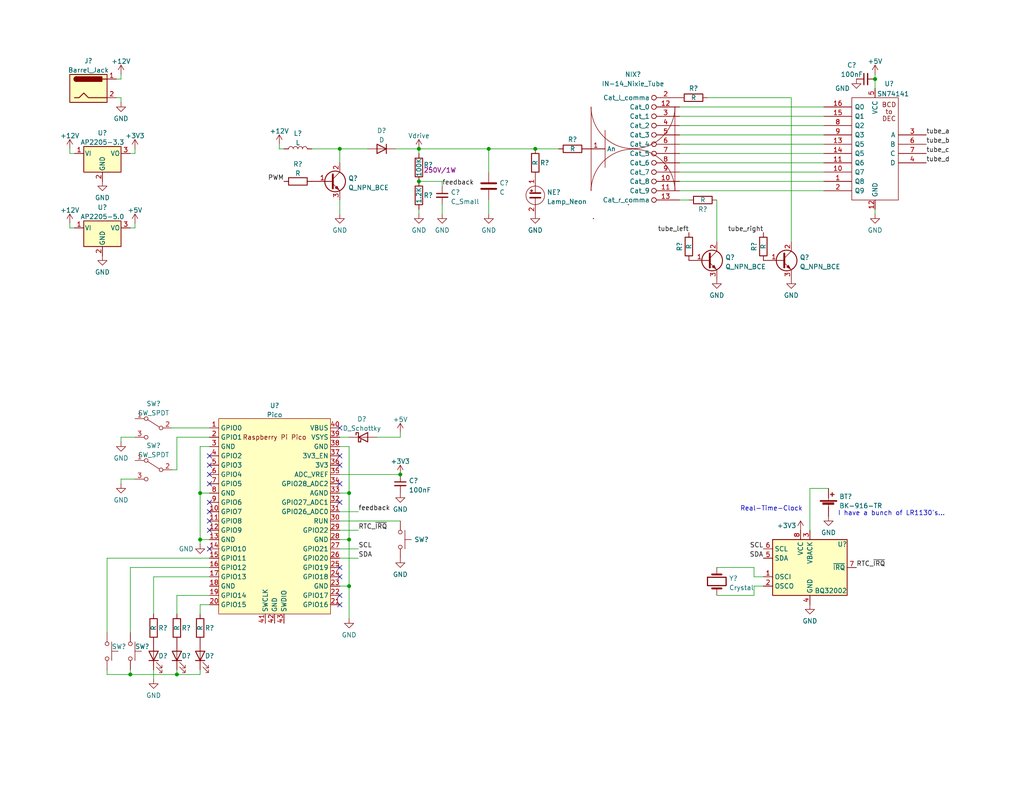
<source format=kicad_sch>
(kicad_sch (version 20211123) (generator eeschema)
  (paper "USLetter")
  (title_block (title "Nixie Tube Driver Schematic") (date "2023-05-15") (rev "1") (company "Daniel Indictor and Dominick Villamor"))
  (lib_symbols
    (symbol "Connector:Barrel_Jack" (pin_names (offset 1.016))
      (property "Reference" "J" (at 0 5.334 0))
      (property "Value" "Barrel_Jack" (at 0 -5.08 0))
      (symbol "Barrel_Jack_0_1"
        (rectangle (start -5.08 3.81) (end 5.08 -3.81) (stroke (width 0.254)) (fill (type background)))
        (arc (start -3.302 3.175) (mid -3.937 2.54) (end -3.302 1.905) (stroke (width 0.254)))
        (arc (start -3.302 3.175) (mid -3.937 2.54) (end -3.302 1.905) (stroke (width 0.254)) (fill (type outline)))
        (polyline (pts (xy 5.08 2.54) (xy 3.81 2.54)) (stroke (width 0.254)))
        (polyline (pts (xy -3.81 -2.54) (xy -2.54 -2.54) (xy -1.27 -1.27) (xy 0 -2.54) (xy 2.54 -2.54) (xy 5.08 -2.54)) (stroke (width 0.254)))
        (rectangle (start 3.683 3.175) (end -3.302 1.905) (stroke (width 0.254)) (fill (type outline)))
      )
      (symbol "Barrel_Jack_1_1"
        (pin passive line (at 7.62 2.54 180) (length 2.54) (name "~") (number "1"))
        (pin passive line (at 7.62 -2.54 180) (length 2.54) (name "~") (number "2"))
      )
    )
    (symbol "Device:Battery_Cell" (pin_numbers hide) (pin_names (offset 0) hide)
      (property "Reference" "BT" (at 2.54 2.54 0))
      (property "Value" "Battery_Cell" (at 2.54 0 0))
      (symbol "Battery_Cell_0_1"
        (rectangle (start -2.286 1.778) (end 2.286 1.524) (fill (type outline)))
        (rectangle (start -1.5748 1.1938) (end 1.4732 0.6858) (fill (type outline)))
        (polyline (pts (xy 0 0.762) (xy 0 0)))
        (polyline (pts (xy 0 1.778) (xy 0 2.54)))
        (polyline (pts (xy 0.508 3.429) (xy 1.524 3.429)) (stroke (width 0.254)))
        (polyline (pts (xy 1.016 3.937) (xy 1.016 2.921)) (stroke (width 0.254)))
      )
      (symbol "Battery_Cell_1_1"
        (pin passive line (at 0 5.08 270) (length 2.54) (name "+") (number "1"))
        (pin passive line (at 0 -2.54 90) (length 2.54) (name "-") (number "2"))
      )
    )
    (symbol "Device:C" (pin_numbers hide) (pin_names (offset 0.254))
      (property "Reference" "C" (at 0.635 2.54 0))
      (property "Value" "C" (at 0.635 -2.54 0))
      (symbol "C_0_1"
        (polyline (pts (xy -2.032 -0.762) (xy 2.032 -0.762)) (stroke (width 0.508)))
        (polyline (pts (xy -2.032 0.762) (xy 2.032 0.762)) (stroke (width 0.508)))
      )
      (symbol "C_1_1"
        (pin passive line (at 0 3.81 270) (length 2.794) (name "~") (number "1"))
        (pin passive line (at 0 -3.81 90) (length 2.794) (name "~") (number "2"))
      )
    )
    (symbol "Device:C_Small" (pin_numbers hide) (pin_names (offset 0.254) hide)
      (property "Reference" "C" (at 0.254 1.778 0))
      (property "Value" "C_Small" (at 0.254 -2.032 0))
      (symbol "C_Small_0_1"
        (polyline (pts (xy -1.524 -0.508) (xy 1.524 -0.508)) (stroke (width 0.3302)))
        (polyline (pts (xy -1.524 0.508) (xy 1.524 0.508)) (stroke (width 0.3048)))
      )
      (symbol "C_Small_1_1"
        (pin passive line (at 0 2.54 270) (length 2.032) (name "~") (number "1"))
        (pin passive line (at 0 -2.54 90) (length 2.032) (name "~") (number "2"))
      )
    )
    (symbol "Device:Crystal" (pin_numbers hide) (pin_names (offset 1.016) hide)
      (property "Reference" "Y" (at 0 3.81 0))
      (property "Value" "Crystal" (at 0 -3.81 0))
      (symbol "Crystal_0_1"
        (rectangle (start -1.143 2.54) (end 1.143 -2.54) (stroke (width 0.3048)))
        (polyline (pts (xy -2.54 0) (xy -1.905 0)))
        (polyline (pts (xy -1.905 -1.27) (xy -1.905 1.27)) (stroke (width 0.508)))
        (polyline (pts (xy 1.905 -1.27) (xy 1.905 1.27)) (stroke (width 0.508)))
        (polyline (pts (xy 2.54 0) (xy 1.905 0)))
      )
      (symbol "Crystal_1_1"
        (pin passive line (at -3.81 0 0) (length 1.27) (name "1") (number "1"))
        (pin passive line (at 3.81 0 180) (length 1.27) (name "2") (number "2"))
      )
    )
    (symbol "Device:D" (pin_numbers hide) (pin_names (offset 1.016) hide)
      (property "Reference" "D" (at 0 2.54 0))
      (property "Value" "D" (at 0 -2.54 0))
      (symbol "D_0_1"
        (polyline (pts (xy -1.27 1.27) (xy -1.27 -1.27)) (stroke (width 0.254)))
        (polyline (pts (xy 1.27 0) (xy -1.27 0)))
        (polyline (pts (xy 1.27 1.27) (xy 1.27 -1.27) (xy -1.27 0) (xy 1.27 1.27)) (stroke (width 0.254)))
      )
      (symbol "D_1_1"
        (pin passive line (at -3.81 0 0) (length 2.54) (name "K") (number "1"))
        (pin passive line (at 3.81 0 180) (length 2.54) (name "A") (number "2"))
      )
    )
    (symbol "Device:D_Schottky" (pin_numbers hide) (pin_names (offset 1.016) hide)
      (property "Reference" "D" (at 0 2.54 0))
      (property "Value" "D_Schottky" (at 0 -2.54 0))
      (symbol "D_Schottky_0_1"
        (polyline (pts (xy 1.27 0) (xy -1.27 0)))
        (polyline (pts (xy 1.27 1.27) (xy 1.27 -1.27) (xy -1.27 0) (xy 1.27 1.27)) (stroke (width 0.254)))
        (polyline (pts (xy -1.905 0.635) (xy -1.905 1.27) (xy -1.27 1.27) (xy -1.27 -1.27) (xy -0.635 -1.27) (xy -0.635 -0.635)) (stroke (width 0.254)))
      )
      (symbol "D_Schottky_1_1"
        (pin passive line (at -3.81 0 0) (length 2.54) (name "K") (number "1"))
        (pin passive line (at 3.81 0 180) (length 2.54) (name "A") (number "2"))
      )
    )
    (symbol "Device:L" (pin_numbers hide) (pin_names (offset 1.016) hide)
      (property "Reference" "L" (at -1.27 0 90))
      (property "Value" "L" (at 1.905 0 90))
      (symbol "L_0_1"
        (arc (start 0 -2.54) (mid 0.635 -1.905) (end 0 -1.27))
        (arc (start 0 -1.27) (mid 0.635 -0.635) (end 0 0))
        (arc (start 0 0) (mid 0.635 0.635) (end 0 1.27))
        (arc (start 0 1.27) (mid 0.635 1.905) (end 0 2.54))
      )
      (symbol "L_1_1"
        (pin passive line (at 0 3.81 270) (length 1.27) (name "1") (number "1"))
        (pin passive line (at 0 -3.81 90) (length 1.27) (name "2") (number "2"))
      )
    )
    (symbol "Device:LED" (pin_numbers hide) (pin_names (offset 1.016) hide)
      (property "Reference" "D" (at 0 2.54 0))
      (property "Value" "LED" (at 0 -2.54 0))
      (symbol "LED_0_1"
        (polyline (pts (xy -1.27 -1.27) (xy -1.27 1.27)) (stroke (width 0.254)))
        (polyline (pts (xy -1.27 0) (xy 1.27 0)))
        (polyline (pts (xy 1.27 -1.27) (xy 1.27 1.27) (xy -1.27 0) (xy 1.27 -1.27)) (stroke (width 0.254)))
        (polyline (pts (xy -3.048 -0.762) (xy -4.572 -2.286) (xy -3.81 -2.286) (xy -4.572 -2.286) (xy -4.572 -1.524)))
        (polyline (pts (xy -1.778 -0.762) (xy -3.302 -2.286) (xy -2.54 -2.286) (xy -3.302 -2.286) (xy -3.302 -1.524)))
      )
      (symbol "LED_1_1"
        (pin passive line (at -3.81 0 0) (length 2.54) (name "K") (number "1"))
        (pin passive line (at 3.81 0 180) (length 2.54) (name "A") (number "2"))
      )
    )
    (symbol "Device:Lamp_Neon" (pin_names (offset 0.0254) hide)
      (property "Reference" "NE" (at 0.635 3.81 0))
      (property "Value" "Lamp_Neon" (at 0.635 -3.81 0))
      (symbol "Lamp_Neon_0_1"
        (rectangle (start -1.524 -0.508) (end 1.524 -0.762) (fill (type outline)))
        (rectangle (start -1.524 0.762) (end 1.524 0.508) (fill (type outline)))
        (polyline (pts (xy 0 -2.54) (xy 0 -0.762)))
        (polyline (pts (xy 0 0.762) (xy 0 2.54)))
        (circle (center 0 0) (radius 2.54))
        (circle (center 1.016 -1.27) (radius 0.254) (fill (type outline)))
      )
      (symbol "Lamp_Neon_1_1"
        (pin passive line (at 0 -5.08 90) (length 2.54) (name "~") (number "1"))
        (pin passive line (at 0 5.08 270) (length 2.54) (name "~") (number "2"))
      )
    )
    (symbol "Device:Q_NPN_BCE" (pin_names (offset 0) hide)
      (property "Reference" "Q" (at 5.08 1.27 0))
      (property "Value" "Q_NPN_BCE" (at 5.08 -1.27 0))
      (symbol "Q_NPN_BCE_0_1"
        (polyline (pts (xy 0.635 0.635) (xy 2.54 2.54)))
        (polyline (pts (xy 0.635 -0.635) (xy 2.54 -2.54) (xy 2.54 -2.54)))
        (polyline (pts (xy 0.635 1.905) (xy 0.635 -1.905) (xy 0.635 -1.905)) (stroke (width 0.508)))
        (polyline (pts (xy 1.27 -1.778) (xy 1.778 -1.27) (xy 2.286 -2.286) (xy 1.27 -1.778) (xy 1.27 -1.778)) (fill (type outline)))
        (circle (center 1.27 0) (radius 2.8194) (stroke (width 0.254)))
      )
      (symbol "Q_NPN_BCE_1_1"
        (pin input line (at -5.08 0 0) (length 5.715) (name "B") (number "1"))
        (pin passive line (at 2.54 5.08 270) (length 2.54) (name "C") (number "2"))
        (pin passive line (at 2.54 -5.08 90) (length 2.54) (name "E") (number "3"))
      )
    )
    (symbol "Device:R" (pin_numbers hide) (pin_names (offset 0))
      (property "Reference" "R" (at 2.032 0 90))
      (property "Value" "R" (at 0 0 90))
      (symbol "R_0_1"
        (rectangle (start -1.016 -2.54) (end 1.016 2.54) (stroke (width 0.254)))
      )
      (symbol "R_1_1"
        (pin passive line (at 0 3.81 270) (length 1.27) (name "~") (number "1"))
        (pin passive line (at 0 -3.81 90) (length 1.27) (name "~") (number "2"))
      )
    )
    (symbol "MCU_RaspberryPi_and_Boards:Pico"
      (property "Reference" "U" (at -13.97 27.94 0))
      (property "Value" "Pico" (at 0 19.05 0))
      (symbol "Pico_0_0"
        (text "Raspberry Pi Pico" (at 0 21.59 0) (effects (font (size 1.27 1.27))))
      )
      (symbol "Pico_0_1"
        (rectangle (start -15.24 26.67) (end 15.24 -26.67) (fill (type background)))
      )
      (symbol "Pico_1_1"
        (pin bidirectional line (at -17.78 24.13 0) (length 2.54) (name "GPIO0") (number "1"))
        (pin bidirectional line (at -17.78 1.27 0) (length 2.54) (name "GPIO7") (number "10"))
        (pin bidirectional line (at -17.78 -1.27 0) (length 2.54) (name "GPIO8") (number "11"))
        (pin bidirectional line (at -17.78 -3.81 0) (length 2.54) (name "GPIO9") (number "12"))
        (pin power_in line (at -17.78 -6.35 0) (length 2.54) (name "GND") (number "13"))
        (pin bidirectional line (at -17.78 -8.89 0) (length 2.54) (name "GPIO10") (number "14"))
        (pin bidirectional line (at -17.78 -11.43 0) (length 2.54) (name "GPIO11") (number "15"))
        (pin bidirectional line (at -17.78 -13.97 0) (length 2.54) (name "GPIO12") (number "16"))
        (pin bidirectional line (at -17.78 -16.51 0) (length 2.54) (name "GPIO13") (number "17"))
        (pin power_in line (at -17.78 -19.05 0) (length 2.54) (name "GND") (number "18"))
        (pin bidirectional line (at -17.78 -21.59 0) (length 2.54) (name "GPIO14") (number "19"))
        (pin bidirectional line (at -17.78 21.59 0) (length 2.54) (name "GPIO1") (number "2"))
        (pin bidirectional line (at -17.78 -24.13 0) (length 2.54) (name "GPIO15") (number "20"))
        (pin bidirectional line (at 17.78 -24.13 180) (length 2.54) (name "GPIO16") (number "21"))
        (pin bidirectional line (at 17.78 -21.59 180) (length 2.54) (name "GPIO17") (number "22"))
        (pin power_in line (at 17.78 -19.05 180) (length 2.54) (name "GND") (number "23"))
        (pin bidirectional line (at 17.78 -16.51 180) (length 2.54) (name "GPIO18") (number "24"))
        (pin bidirectional line (at 17.78 -13.97 180) (length 2.54) (name "GPIO19") (number "25"))
        (pin bidirectional line (at 17.78 -11.43 180) (length 2.54) (name "GPIO20") (number "26"))
        (pin bidirectional line (at 17.78 -8.89 180) (length 2.54) (name "GPIO21") (number "27"))
        (pin power_in line (at 17.78 -6.35 180) (length 2.54) (name "GND") (number "28"))
        (pin bidirectional line (at 17.78 -3.81 180) (length 2.54) (name "GPIO22") (number "29"))
        (pin power_in line (at -17.78 19.05 0) (length 2.54) (name "GND") (number "3"))
        (pin input line (at 17.78 -1.27 180) (length 2.54) (name "RUN") (number "30"))
        (pin bidirectional line (at 17.78 1.27 180) (length 2.54) (name "GPIO26_ADC0") (number "31"))
        (pin bidirectional line (at 17.78 3.81 180) (length 2.54) (name "GPIO27_ADC1") (number "32"))
        (pin power_in line (at 17.78 6.35 180) (length 2.54) (name "AGND") (number "33"))
        (pin bidirectional line (at 17.78 8.89 180) (length 2.54) (name "GPIO28_ADC2") (number "34"))
        (pin power_in line (at 17.78 11.43 180) (length 2.54) (name "ADC_VREF") (number "35"))
        (pin power_in line (at 17.78 13.97 180) (length 2.54) (name "3V3") (number "36"))
        (pin input line (at 17.78 16.51 180) (length 2.54) (name "3V3_EN") (number "37"))
        (pin bidirectional line (at 17.78 19.05 180) (length 2.54) (name "GND") (number "38"))
        (pin power_in line (at 17.78 21.59 180) (length 2.54) (name "VSYS") (number "39"))
        (pin bidirectional line (at -17.78 16.51 0) (length 2.54) (name "GPIO2") (number "4"))
        (pin power_in line (at 17.78 24.13 180) (length 2.54) (name "VBUS") (number "40"))
        (pin input line (at -2.54 -29.21 90) (length 2.54) (name "SWCLK") (number "41"))
        (pin power_in line (at 0 -29.21 90) (length 2.54) (name "GND") (number "42"))
        (pin bidirectional line (at 2.54 -29.21 90) (length 2.54) (name "SWDIO") (number "43"))
        (pin bidirectional line (at -17.78 13.97 0) (length 2.54) (name "GPIO3") (number "5"))
        (pin bidirectional line (at -17.78 11.43 0) (length 2.54) (name "GPIO4") (number "6"))
        (pin bidirectional line (at -17.78 8.89 0) (length 2.54) (name "GPIO5") (number "7"))
        (pin power_in line (at -17.78 6.35 0) (length 2.54) (name "GND") (number "8"))
        (pin bidirectional line (at -17.78 3.81 0) (length 2.54) (name "GPIO6") (number "9"))
      )
    )
    (symbol "Switch:SW_Push" (pin_numbers hide) (pin_names (offset 1.016) hide)
      (property "Reference" "SW" (at 1.27 2.54 0))
      (property "Value" "SW_Push" (at 0 -1.524 0))
      (symbol "SW_Push_0_1"
        (circle (center -2.032 0) (radius 0.508))
        (polyline (pts (xy 0 1.27) (xy 0 3.048)))
        (polyline (pts (xy 2.54 1.27) (xy -2.54 1.27)))
        (circle (center 2.032 0) (radius 0.508))
        (pin passive line (at -5.08 0 0) (length 2.54) (name "1") (number "1"))
        (pin passive line (at 5.08 0 180) (length 2.54) (name "2") (number "2"))
      )
    )
    (symbol "Switch:SW_SPDT" (pin_names (offset 0) hide)
      (property "Reference" "SW" (at 0 4.318 0))
      (property "Value" "SW_SPDT" (at 0 -5.08 0))
      (symbol "SW_SPDT_0_0"
        (circle (center -2.032 0) (radius 0.508))
        (circle (center 2.032 -2.54) (radius 0.508))
      )
      (symbol "SW_SPDT_0_1"
        (polyline (pts (xy -1.524 0.254) (xy 1.651 2.286)))
        (circle (center 2.032 2.54) (radius 0.508))
      )
      (symbol "SW_SPDT_1_1"
        (pin passive line (at 5.08 2.54 180) (length 2.54) (name "A") (number "1"))
        (pin passive line (at -5.08 0 0) (length 2.54) (name "B") (number "2"))
        (pin passive line (at 5.08 -2.54 180) (length 2.54) (name "C") (number "3"))
      )
    )
    (symbol "Timer_RTC:BQ32002"
      (property "Reference" "U" (at -8.89 8.89 0))
      (property "Value" "BQ32002" (at 1.27 8.89 0))
      (symbol "BQ32002_0_1"
        (rectangle (start -10.16 7.62) (end 10.16 -7.62) (stroke (width 0.254)) (fill (type background)))
      )
      (symbol "BQ32002_1_1"
        (pin input line (at -12.7 -2.54 0) (length 2.54) (name "OSCI") (number "1"))
        (pin input line (at -12.7 -5.08 0) (length 2.54) (name "OSCO") (number "2"))
        (pin power_in line (at 0 10.16 270) (length 2.54) (name "VBACK") (number "3"))
        (pin power_in line (at 0 -10.16 90) (length 2.54) (name "GND") (number "4"))
        (pin bidirectional line (at -12.7 2.54 0) (length 2.54) (name "SDA") (number "5"))
        (pin input line (at -12.7 5.08 0) (length 2.54) (name "SCL") (number "6"))
        (pin open_collector line (at 12.7 0 180) (length 2.54) (name "~{IRQ}") (number "7"))
        (pin power_in line (at -2.54 10.16 270) (length 2.54) (name "VCC") (number "8"))
      )
    )
    (symbol "board:AP2205" (pin_names (offset 0.254))
      (property "Reference" "U" (at -3.81 3.175 0))
      (property "Value" "AP2205" (at 0 3.175 0))
      (symbol "AP2205_0_1"
        (rectangle (start -5.08 -5.08) (end 5.08 1.905) (stroke (width 0.254)) (fill (type background)))
      )
      (symbol "AP2205_1_1"
        (pin power_in line (at -7.62 0 0) (length 2.54) (name "VI") (number "1"))
        (pin power_in line (at 0 -7.62 90) (length 2.54) (name "GND") (number "2"))
        (pin power_out line (at 7.62 0 180) (length 2.54) (name "VO") (number "3"))
      )
    )
    (symbol "board:IN-14_Nixie_Tube"
      (property "Reference" "NIX" (at -12.7 5.08 0))
      (property "Value" "IN-14_Nixie_Tube" (at -12.065 3.175 0))
      (symbol "IN-14_Nixie_Tube_0_1"
        (arc (start -24.13 -2.54) (mid -12.7 -14.0179) (end -1.27 -2.54))
        (arc (start -23.495 -33.02) (mid -23.495 -33.02) (end -23.495 -33.02) (stroke (width 0.3048)))
        (arc (start -13.97 -29.21) (mid -13.97 -29.21) (end -13.97 -29.21) (stroke (width 0.3048)))
        (arc (start -1.27 -25.4) (mid -12.7 -13.9022) (end -24.13 -25.4))
        (polyline (pts (xy -24.13 -2.54) (xy -24.13 -25.4)))
        (polyline (pts (xy -20.32 -8.89) (xy -20.32 -19.05)))
        (polyline (pts (xy -1.27 -2.54) (xy -1.27 -25.4)))
      )
      (symbol "IN-14_Nixie_Tube_1_1"
        (pin input line (at -25.4 -13.97 0) (length 5.08) (name "An") (number "1"))
        (pin input inverted (at 0 -22.86 180) (length 7.62) (name "Cat_8") (number "10"))
        (pin input inverted (at 0 -25.4 180) (length 7.62) (name "Cat_9") (number "11"))
        (pin input inverted (at 0 -2.54 180) (length 7.62) (name "Cat_0") (number "12"))
        (pin input inverted (at 0 -27.94 180) (length 7.62) (name "Cat_r_comma") (number "13"))
        (pin input inverted (at 0 0 180) (length 7.62) (name "Cat_l_comma") (number "2"))
        (pin input inverted (at 0 -5.08 180) (length 7.62) (name "Cat_1") (number "3"))
        (pin input inverted (at 0 -7.62 180) (length 7.62) (name "Cat_2") (number "4"))
        (pin input inverted (at 0 -10.16 180) (length 7.62) (name "Cat_3") (number "5"))
        (pin input inverted (at 0 -12.7 180) (length 7.62) (name "Cat_4") (number "6"))
        (pin input inverted (at 0 -15.24 180) (length 7.62) (name "Cat_5") (number "7"))
        (pin input inverted (at 0 -17.78 180) (length 7.62) (name "Cat_6") (number "8"))
        (pin input inverted (at 0 -20.32 180) (length 7.62) (name "Cat_7") (number "9"))
      )
    )
    (symbol "board:SN74141" (pin_names (offset 0.762))
      (property "Reference" "U" (at 0 0 0))
      (property "Value" "SN74141" (at 1.27 -15.24 0))
      (symbol "SN74141_0_0"
        (text "BCD" (at -3.81 12.065 0) (effects (font (size 1.27 1.27))))
        (text "DEC" (at -3.81 8.255 0) (effects (font (size 1.27 1.27))))
        (text "to" (at -3.81 10.16 0) (effects (font (size 1.27 1.27))))
        (pin power_in line (at 0 -16.51 90) (length 2.54) (name "GND") (number "12"))
        (pin power_in line (at 0 16.51 270) (length 2.54) (name "VCC") (number "5"))
      )
      (symbol "SN74141_0_1"
        (rectangle (start -6.35 13.97) (end 6.35 -13.97))
      )
      (symbol "SN74141_1_1"
        (pin open_collector line (at 13.97 -8.89 180) (length 7.62) (name "Q8") (number "1"))
        (pin open_collector line (at 13.97 -6.35 180) (length 7.62) (name "Q7") (number "10"))
        (pin open_collector line (at 13.97 -3.81 180) (length 7.62) (name "Q6") (number "11"))
        (pin open_collector line (at 13.97 1.27 180) (length 7.62) (name "Q5") (number "13"))
        (pin open_collector line (at 13.97 -1.27 180) (length 7.62) (name "Q5") (number "14"))
        (pin open_collector line (at 13.97 8.89 180) (length 7.62) (name "Q1") (number "15"))
        (pin open_collector line (at 13.97 11.43 180) (length 7.62) (name "Q0") (number "16"))
        (pin open_collector line (at 13.97 -11.43 180) (length 7.62) (name "Q9") (number "2"))
        (pin input line (at -13.97 3.81 0) (length 7.62) (name "A") (number "3"))
        (pin input line (at -13.97 -3.81 0) (length 7.62) (name "D") (number "4"))
        (pin input line (at -13.97 1.27 0) (length 7.62) (name "B") (number "6"))
        (pin input line (at -13.97 -1.27 0) (length 7.62) (name "C") (number "7"))
        (pin open_collector line (at 13.97 6.35 180) (length 7.62) (name "Q2") (number "8"))
        (pin open_collector line (at 13.97 3.81 180) (length 7.62) (name "Q3") (number "9"))
      )
    )
    (symbol "power:+12V" (power) (pin_names (offset 0))
      (property "Value" "+12V" (at 0 3.556 0))
      (symbol "+12V_0_1"
        (polyline (pts (xy -0.762 1.27) (xy 0 2.54)))
        (polyline (pts (xy 0 0) (xy 0 2.54)))
        (polyline (pts (xy 0 2.54) (xy 0.762 1.27)))
      )
      (symbol "+12V_1_1"
        (pin power_in line (at 0 0 90) (length 0) hide (name "+12V") (number "1"))
      )
    )
    (symbol "power:+3V3" (power) (pin_names (offset 0))
      (property "Value" "+3V3" (at 0 3.556 0))
      (symbol "+3V3_0_1"
        (polyline (pts (xy -0.762 1.27) (xy 0 2.54)))
        (polyline (pts (xy 0 0) (xy 0 2.54)))
        (polyline (pts (xy 0 2.54) (xy 0.762 1.27)))
      )
      (symbol "+3V3_1_1"
        (pin power_in line (at 0 0 90) (length 0) hide (name "+3V3") (number "1"))
      )
    )
    (symbol "power:+5V" (power) (pin_names (offset 0))
      (property "Value" "+5V" (at 0 3.556 0))
      (symbol "+5V_0_1"
        (polyline (pts (xy -0.762 1.27) (xy 0 2.54)))
        (polyline (pts (xy 0 0) (xy 0 2.54)))
        (polyline (pts (xy 0 2.54) (xy 0.762 1.27)))
      )
      (symbol "+5V_1_1"
        (pin power_in line (at 0 0 90) (length 0) hide (name "+5V") (number "1"))
      )
    )
    (symbol "power:GND" (power) (pin_names (offset 0))
      (property "Value" "GND" (at 0 -3.81 0))
      (symbol "GND_0_1"
        (polyline (pts (xy 0 0) (xy 0 -1.27) (xy 1.27 -1.27) (xy 0 -2.54) (xy -1.27 -1.27) (xy 0 -1.27)))
      )
      (symbol "GND_1_1"
        (pin power_in line (at 0 0 270) (length 0) hide (name "GND") (number "1"))
      )
    )
    (symbol "power:Vdrive" (power) (pin_names (offset 0))
      (property "Value" "Vdrive" (at 0 3.81 0))
      (symbol "Vdrive_0_1"
        (polyline (pts (xy -0.762 1.27) (xy 0 2.54)))
        (polyline (pts (xy 0 0) (xy 0 2.54)))
        (polyline (pts (xy 0 2.54) (xy 0.762 1.27)))
      )
      (symbol "Vdrive_1_1"
        (pin power_in line (at 0 0 90) (length 0) hide (name "Vdrive") (number "1"))
      )
    )
  )
  (junction (at 114.3 40.64))
  (junction (at 54.61 147.32))
  (junction (at 146.05 40.64))
  (junction (at 35.56 184.15))
  (junction (at 114.3 49.53))
  (junction (at 95.25 160.02))
  (junction (at 92.71 40.64))
  (junction (at 54.61 134.62))
  (junction (at 48.26 184.15))
  (junction (at 95.25 134.62))
  (junction (at 95.25 147.32))
  (junction (at 133.35 40.64))
  (junction (at 238.76 21.59))
  (junction (at 109.22 129.54))
  (no_connect (at 57.15 142.24))
  (no_connect (at 92.71 137.16))
  (no_connect (at 92.71 124.46))
  (no_connect (at 92.71 132.08))
  (no_connect (at 92.71 165.1))
  (no_connect (at 57.15 149.86))
  (no_connect (at 57.15 139.7))
  (no_connect (at 57.15 132.08))
  (no_connect (at 57.15 127))
  (no_connect (at 57.15 137.16))
  (no_connect (at 92.71 162.56))
  (no_connect (at 57.15 124.46))
  (no_connect (at 92.71 116.84))
  (no_connect (at 57.15 144.78))
  (no_connect (at 92.71 127))
  (no_connect (at 92.71 157.48))
  (no_connect (at 57.15 129.54))
  (no_connect (at 92.71 154.94))
  (bus_entry (at -49.53 143.51) (size 2.54 2.54))
  (wire (pts (xy 185.42 31.75) (xy 224.79 31.75)))
  (wire (pts (xy 185.42 29.21) (xy 224.79 29.21)))
  (wire (pts (xy 133.35 40.64) (xy 146.05 40.64)))
  (wire (pts (xy 185.42 46.99) (xy 224.79 46.99)))
  (wire (pts (xy 215.9 26.67) (xy 215.9 66.04)))
  (wire (pts (xy 29.21 152.4) (xy 29.21 172.72)))
  (wire (pts (xy 29.21 184.15) (xy 35.56 184.15)))
  (wire (pts (xy 205.74 162.56) (xy 195.58 162.56)))
  (wire (pts (xy 35.56 182.88) (xy 35.56 184.15)))
  (wire (pts (xy 31.75 21.59) (xy 33.02 21.59)))
  (wire (pts (xy 114.3 40.64) (xy 133.35 40.64)))
  (wire (pts (xy 185.42 41.91) (xy 224.79 41.91)))
  (wire (pts (xy 97.79 139.7) (xy 92.71 139.7)))
  (wire (pts (xy 109.22 118.11) (xy 109.22 119.38)))
  (wire (pts (xy 97.79 149.86) (xy 92.71 149.86)))
  (wire (pts (xy 195.58 54.61) (xy 195.58 66.04)))
  (wire (pts (xy 114.3 58.42) (xy 114.3 57.15)))
  (wire (pts (xy 57.15 147.32) (xy 54.61 147.32)))
  (wire (pts (xy 54.61 184.15) (xy 54.61 182.88)))
  (wire (pts (xy 41.91 157.48) (xy 41.91 167.64)))
  (wire (pts (xy 57.15 121.92) (xy 54.61 121.92)))
  (wire (pts (xy 19.05 40.64) (xy 19.05 41.91)))
  (wire (pts (xy 133.35 54.61) (xy 133.35 58.42)))
  (wire (pts (xy 33.02 120.65) (xy 33.02 119.38)))
  (wire (pts (xy 92.71 142.24) (xy 109.22 142.24)))
  (wire (pts (xy 41.91 185.42) (xy 41.91 182.88)))
  (wire (pts (xy 92.71 129.54) (xy 109.22 129.54)))
  (wire (pts (xy 19.05 41.91) (xy 20.32 41.91)))
  (wire (pts (xy 19.05 60.96) (xy 19.05 62.23)))
  (wire (pts (xy 185.42 52.07) (xy 224.79 52.07)))
  (wire (pts (xy 205.74 157.48) (xy 208.28 157.48)))
  (wire (pts (xy 57.15 119.38) (xy 48.26 119.38)))
  (wire (pts (xy 193.04 26.67) (xy 215.9 26.67)))
  (wire (pts (xy 35.56 184.15) (xy 48.26 184.15)))
  (wire (pts (xy 238.76 58.42) (xy 238.76 57.15)))
  (wire (pts (xy 54.61 134.62) (xy 54.61 147.32)))
  (wire (pts (xy 33.02 132.08) (xy 33.02 130.81)))
  (wire (pts (xy 97.79 144.78) (xy 92.71 144.78)))
  (wire (pts (xy 36.83 62.23) (xy 36.83 60.96)))
  (wire (pts (xy 35.56 154.94) (xy 57.15 154.94)))
  (wire (pts (xy 238.76 21.59) (xy 238.76 24.13)))
  (wire (pts (xy 92.71 40.64) (xy 92.71 44.45)))
  (wire (pts (xy 76.2 40.64) (xy 77.47 40.64)))
  (wire (pts (xy 120.65 55.88) (xy 120.65 58.42)))
  (wire (pts (xy 54.61 147.32) (xy 54.61 148.59)))
  (wire (pts (xy 36.83 41.91) (xy 36.83 40.64)))
  (wire (pts (xy 35.56 41.91) (xy 36.83 41.91)))
  (wire (pts (xy 208.28 160.02) (xy 205.74 160.02)))
  (wire (pts (xy 120.65 49.53) (xy 120.65 50.8)))
  (wire (pts (xy 54.61 121.92) (xy 54.61 134.62)))
  (wire (pts (xy 95.25 121.92) (xy 95.25 134.62)))
  (wire (pts (xy 76.2 39.37) (xy 76.2 40.64)))
  (wire (pts (xy 48.26 182.88) (xy 48.26 184.15)))
  (wire (pts (xy 95.25 147.32) (xy 95.25 160.02)))
  (wire (pts (xy 133.35 46.99) (xy 133.35 40.64)))
  (wire (pts (xy 95.25 160.02) (xy 95.25 168.91)))
  (wire (pts (xy 185.42 49.53) (xy 224.79 49.53)))
  (wire (pts (xy 220.98 133.35) (xy 220.98 144.78)))
  (wire (pts (xy 85.09 40.64) (xy 92.71 40.64)))
  (wire (pts (xy 19.05 62.23) (xy 20.32 62.23)))
  (wire (pts (xy 185.42 39.37) (xy 224.79 39.37)))
  (wire (pts (xy 48.26 167.64) (xy 48.26 162.56)))
  (wire (pts (xy 33.02 130.81) (xy 36.83 130.81)))
  (wire (pts (xy 146.05 40.64) (xy 152.4 40.64)))
  (wire (pts (xy 48.26 128.27) (xy 46.99 128.27)))
  (wire (pts (xy 46.99 116.84) (xy 57.15 116.84)))
  (wire (pts (xy 238.76 20.32) (xy 238.76 21.59)))
  (wire (pts (xy 114.3 49.53) (xy 120.65 49.53)))
  (wire (pts (xy 33.02 21.59) (xy 33.02 20.32)))
  (wire (pts (xy 48.26 184.15) (xy 54.61 184.15)))
  (wire (pts (xy 185.42 44.45) (xy 224.79 44.45)))
  (wire (pts (xy 95.25 160.02) (xy 92.71 160.02)))
  (wire (pts (xy 187.96 54.61) (xy 185.42 54.61)))
  (wire (pts (xy 35.56 62.23) (xy 36.83 62.23)))
  (wire (pts (xy 114.3 40.64) (xy 107.95 40.64)))
  (wire (pts (xy 205.74 154.94) (xy 205.74 157.48)))
  (wire (pts (xy 92.71 147.32) (xy 95.25 147.32)))
  (wire (pts (xy 114.3 40.64) (xy 114.3 41.91)))
  (wire (pts (xy 29.21 184.15) (xy 29.21 182.88)))
  (wire (pts (xy 92.71 54.61) (xy 92.71 58.42)))
  (wire (pts (xy 35.56 172.72) (xy 35.56 154.94)))
  (wire (pts (xy 31.75 26.67) (xy 33.02 26.67)))
  (wire (pts (xy 57.15 134.62) (xy 54.61 134.62)))
  (wire (pts (xy 92.71 134.62) (xy 95.25 134.62)))
  (wire (pts (xy 48.26 162.56) (xy 57.15 162.56)))
  (wire (pts (xy 185.42 34.29) (xy 224.79 34.29)))
  (wire (pts (xy 205.74 160.02) (xy 205.74 162.56)))
  (wire (pts (xy 97.79 152.4) (xy 92.71 152.4)))
  (wire (pts (xy 54.61 165.1) (xy 54.61 167.64)))
  (wire (pts (xy 92.71 40.64) (xy 100.33 40.64)))
  (wire (pts (xy 226.06 133.35) (xy 220.98 133.35)))
  (wire (pts (xy 95.25 119.38) (xy 92.71 119.38)))
  (wire (pts (xy 102.87 119.38) (xy 109.22 119.38)))
  (wire (pts (xy 57.15 165.1) (xy 54.61 165.1)))
  (wire (pts (xy 195.58 154.94) (xy 205.74 154.94)))
  (wire (pts (xy 48.26 119.38) (xy 48.26 128.27)))
  (wire (pts (xy 57.15 152.4) (xy 29.21 152.4)))
  (wire (pts (xy 95.25 134.62) (xy 95.25 147.32)))
  (wire (pts (xy 92.71 121.92) (xy 95.25 121.92)))
  (wire (pts (xy 33.02 26.67) (xy 33.02 27.94)))
  (wire (pts (xy 185.42 36.83) (xy 224.79 36.83)))
  (wire (pts (xy 57.15 157.48) (xy 41.91 157.48)))
  (wire (pts (xy 33.02 119.38) (xy 36.83 119.38)))
  (text "Real-Time-Clock" (at 201.93 139.7 0) (effects (font (size 1.27 1.27)) (justify left bottom)))
  (text "I have a bunch of LR1130's..." (at 228.6 140.97 0) (effects (font (size 1.27 1.27)) (justify left bottom)))
  (label "feedback" (at 120.65 50.8 0))
  (label "RTC_~{IRQ}" (at 97.79 144.78 0))
  (label "tube_c" (at 252.73 41.91 0))
  (label "tube_d" (at 252.73 44.45 0))
  (label "PWM" (at 77.47 49.53 180))
  (label "tube_b" (at 252.73 39.37 0))
  (label "SDA" (at 97.79 152.4 0))
  (label "SCL" (at 208.28 149.86 180))
  (label "tube_left" (at 187.96 63.5 180))
  (label "SCL" (at 97.79 149.86 0))
  (label "feedback" (at 97.79 139.7 0))
  (label "RTC_~{IRQ}" (at 233.68 154.94 0))
  (label "tube_a" (at 252.73 36.83 0))
  (label "tube_right" (at 208.28 63.5 180))
  (label "SDA" (at 208.28 152.4 180))
  (symbol (lib_id "Switch:SW_Push") (at 109.22 147.32 270) (unit 1)
    (property "Reference" "SW?" (at 113.03 147.32 90) (effects (justify left)))
    (property "Value" "SW_Push" (effects hide))
  )
  (symbol (lib_id "power:GND") (at 195.58 76.2 0) (unit 1)
    (property "Reference" "#PWR?" (effects hide))
    (property "Value" "GND" (at 195.58 80.6434 0))
  )
  (symbol (lib_id "power:+3V3") (at 36.83 40.64 0) (unit 1)
    (property "Reference" "#PWR?" (effects hide))
    (property "Value" "+3V3" (at 36.83 37.0642 0))
  )
  (symbol (lib_id "Switch:SW_SPDT") (at 41.91 128.27 0) (mirror y) (unit 1)
    (property "Reference" "SW?" (at 41.91 121.6492 0))
    (property "Value" "SW_SPDT" (at 41.91 124.1861 0))
  )
  (symbol (lib_id "Device:Q_NPN_BCE") (at 213.36 71.12 0) (unit 1)
    (property "Reference" "Q?" (at 218.2114 70.2853 0) (effects (justify left)))
    (property "Value" "Q_NPN_BCE" (at 218.2114 72.8222 0) (effects (justify left)))
  )
  (symbol (lib_id "power:GND") (at 226.06 140.97 0) (unit 1)
    (property "Reference" "#PWR?" (effects hide))
    (property "Value" "GND" (at 226.06 145.4134 0))
  )
  (symbol (lib_id "power:GND") (at 120.65 58.42 0) (unit 1)
    (property "Reference" "#PWR?" (effects hide))
    (property "Value" "GND" (at 120.65 62.8634 0))
  )
  (symbol (lib_id "Timer_RTC:BQ32002") (at 220.98 154.94 0) (unit 1)
    (property "Reference" "U?" (at 231.14 148.59 0) (effects (justify right)))
    (property "Value" "BQ32002" (at 231.14 161.29 0) (effects (justify right)))
    (property "Footprint" "Package_SO:SOIC-8_3.9x4.9mm_P1.27mm" (effects hide))
    (property "Datasheet" "http://www.ti.com/lit/ds/symlink/bq32002.pdf" (effects hide))
  )
  (symbol (lib_id "power:GND") (at 114.3 58.42 0) (unit 1)
    (property "Reference" "#PWR?" (effects hide))
    (property "Value" "GND" (at 114.3 62.8634 0))
  )
  (symbol (lib_id "Switch:SW_Push") (at 35.56 177.8 270) (unit 1)
    (property "Reference" "SW?" (at 36.83 176.53 90) (effects (justify left)))
    (property "Value" "SW_Push" (effects hide))
  )
  (symbol (lib_id "Device:R") (at 114.3 45.72 0) (mirror x) (unit 1)
    (property "Reference" "R?" (at 115.57 45.72 0) (effects (justify left top)))
    (property "Value" "100K" (at 114.3 45.72 90))
    (property "Value2" "250V/1W" (at 115.57 45.72 0) (effects (justify left bottom)))
  )
  (symbol (lib_id "Device:R") (at 41.91 171.45 0) (unit 1)
    (property "Reference" "R?" (at 43.18 171.45 0) (effects (justify left)))
    (property "Value" "R" (at 41.91 171.45 90))
  )
  (symbol (lib_id "Device:R") (at 48.26 171.45 0) (unit 1)
    (property "Reference" "R?" (at 49.53 171.45 0) (effects (justify left)))
    (property "Value" "R" (at 48.26 171.45 90))
  )
  (symbol (lib_id "Device:R") (at 146.05 44.45 180) (unit 1)
    (property "Reference" "R?" (at 147.32 44.45 0) (effects (justify right)))
    (property "Value" "R" (at 146.05 44.45 90))
  )
  (symbol (lib_id "power:GND") (at 233.68 21.59 0) (unit 1)
    (property "Reference" "#PWR?" (effects hide))
    (property "Value" "GND" (at 229.87 24.13 0))
  )
  (symbol (lib_id "Device:LED") (at 48.26 179.07 90) (unit 1)
    (property "Reference" "D?" (at 49.53 179.07 90) (effects (justify right)))
    (property "Value" "LED" (effects hide))
  )
  (symbol (lib_id "Device:Lamp_Neon") (at 146.05 53.34 180) (unit 1)
    (property "Reference" "NE?" (at 149.225 52.5053 0) (effects (justify right)))
    (property "Value" "Lamp_Neon" (at 149.225 55.0422 0) (effects (justify right)))
  )
  (symbol (lib_id "power:GND") (at 33.02 120.65 0) (unit 1)
    (property "Reference" "#PWR?" (effects hide))
    (property "Value" "GND" (at 33.02 125.0934 0))
  )
  (symbol (lib_id "Device:C_Small") (at 120.65 53.34 0) (unit 1)
    (property "Reference" "C?" (at 122.9741 52.5116 0) (effects (justify left)))
    (property "Value" "C_Small" (at 122.9741 55.0485 0) (effects (justify left)))
  )
  (symbol (lib_id "power:+3V3") (at 218.44 144.78 0) (unit 1)
    (property "Reference" "#PWR?" (effects hide))
    (property "Value" "+3V3" (at 214.63 143.51 0))
  )
  (symbol (lib_id "power:+12V") (at 19.05 60.96 0) (unit 1)
    (property "Reference" "#PWR?" (effects hide))
    (property "Value" "+12V" (at 19.05 57.3842 0))
  )
  (symbol (lib_id "power:GND") (at 238.76 58.42 0) (unit 1)
    (property "Reference" "#PWR?" (effects hide))
    (property "Value" "GND" (at 238.76 62.8634 0))
  )
  (symbol (lib_id "Device:R") (at 191.77 54.61 90) (unit 1)
    (property "Reference" "R?" (at 191.77 57.15 90))
    (property "Value" "R" (at 191.77 54.61 90))
  )
  (symbol (lib_id "power:Vdrive") (at 114.3 40.64 0) (unit 1)
    (property "Reference" "#PWR?" (effects hide))
    (property "Value" "Vdrive" (at 114.3 37.0642 0))
  )
  (symbol (lib_id "power:+12V") (at 33.02 20.32 0) (unit 1)
    (property "Reference" "#PWR?" (effects hide))
    (property "Value" "+12V" (at 33.02 16.7442 0))
  )
  (symbol (lib_id "Device:R") (at 54.61 171.45 0) (unit 1)
    (property "Reference" "R?" (at 55.88 171.45 0) (effects (justify left)))
    (property "Value" "R" (at 54.61 171.45 90))
  )
  (symbol (lib_id "power:GND") (at 220.98 165.1 0) (unit 1)
    (property "Reference" "#PWR?" (effects hide))
    (property "Value" "GND" (at 220.98 169.5434 0))
  )
  (symbol (lib_id "Device:R") (at 187.96 67.31 180) (unit 1)
    (property "Reference" "R?" (at 185.4231 67.31 90))
    (property "Value" "R" (at 187.96 67.31 90))
  )
  (symbol (lib_id "power:GND") (at 33.02 132.08 0) (unit 1)
    (property "Reference" "#PWR?" (effects hide))
    (property "Value" "GND" (at 33.02 136.5234 0))
  )
  (symbol (lib_id "Device:R") (at 81.28 49.53 90) (unit 1)
    (property "Reference" "R?" (at 81.28 44.8142 90))
    (property "Value" "R" (at 81.28 47.3511 90))
  )
  (symbol (lib_id "Device:D_Schottky") (at 99.06 119.38 0) (unit 1)
    (property "Reference" "D?" (at 98.7425 114.4102 0))
    (property "Value" "D_Schottky" (at 98.7425 116.9471 0))
  )
  (symbol (lib_id "Device:C") (at 133.35 50.8 0) (unit 1)
    (property "Reference" "C?" (at 136.271 49.9653 0) (effects (justify left)))
    (property "Value" "C" (at 136.271 52.5022 0) (effects (justify left)))
  )
  (symbol (lib_id "Device:Crystal") (at 195.58 158.75 90) (unit 1)
    (property "Reference" "Y?" (at 198.9074 157.9153 90) (effects (justify right)))
    (property "Value" "Crystal" (at 198.9074 160.4522 90) (effects (justify right)))
  )
  (symbol (lib_id "Device:R") (at 156.21 40.64 90) (unit 1)
    (property "Reference" "R?" (at 156.21 38.1 90))
    (property "Value" "R" (at 156.21 40.64 90))
  )
  (symbol (lib_id "Device:R") (at 114.3 53.34 0) (mirror x) (unit 1)
    (property "Reference" "R?" (at 115.57 53.34 0) (effects (justify left)))
    (property "Value" "1.2K" (at 114.3 53.34 90))
  )
  (symbol (lib_id "power:GND") (at 27.94 49.53 0) (unit 1)
    (property "Reference" "#PWR?" (effects hide))
    (property "Value" "GND" (at 27.94 53.9734 0))
  )
  (symbol (lib_id "board:IN-14_Nixie_Tube") (at 185.42 26.67 0) (unit 1)
    (property "Reference" "NIX?" (at 172.72 20.3231 0))
    (property "Value" "IN-14_Nixie_Tube" (at 172.72 22.86 0))
  )
  (symbol (lib_id "power:GND") (at 95.25 168.91 0) (mirror y) (unit 1)
    (property "Reference" "#PWR?" (effects hide))
    (property "Value" "GND" (at 95.25 173.3534 0))
  )
  (symbol (lib_id "power:GND") (at 33.02 27.94 0) (unit 1)
    (property "Reference" "#PWR?" (effects hide))
    (property "Value" "GND" (at 33.02 32.3834 0))
  )
  (symbol (lib_id "Device:R") (at 189.23 26.67 90) (unit 1)
    (property "Reference" "R?" (at 189.23 24.13 90))
    (property "Value" "R" (at 189.23 26.67 90))
  )
  (symbol (lib_id "Device:D") (at 104.14 40.64 180) (unit 1)
    (property "Reference" "D?" (at 104.14 35.6702 0))
    (property "Value" "D" (at 104.14 38.2071 0))
  )
  (symbol (lib_id "board:AP2205") (at 27.94 41.91 0) (unit 1)
    (property "Reference" "U?" (at 27.94 36.3052 0))
    (property "Value" "AP2205-3.3" (at 27.94 38.8421 0))
    (property "Footprint" "Package_TO_SOT_SMD:SOT-89-3" (effects hide))
    (property "Datasheet" "https://www.diodes.com/assets/Datasheets/AP2205.pdf" (effects hide))
  )
  (symbol (lib_id "Device:Q_NPN_BCE") (at 193.04 71.12 0) (unit 1)
    (property "Reference" "Q?" (at 197.8914 70.2853 0) (effects (justify left)))
    (property "Value" "Q_NPN_BCE" (at 197.8914 72.8222 0) (effects (justify left)))
  )
  (symbol (lib_id "power:GND") (at 146.05 58.42 0) (unit 1)
    (property "Reference" "#PWR?" (effects hide))
    (property "Value" "GND" (at 146.05 62.8634 0))
  )
  (symbol (lib_id "Device:C_Small") (at 109.22 132.08 0) (unit 1)
    (property "Reference" "C?" (at 111.5441 131.2516 0) (effects (justify left)))
    (property "Value" "100nF" (at 111.5441 133.7885 0) (effects (justify left)))
  )
  (symbol (lib_id "power:GND") (at 54.61 148.59 0) (unit 1)
    (property "Reference" "#PWR?" (effects hide))
    (property "Value" "GND" (at 50.8 149.86 0))
  )
  (symbol (lib_id "Device:C_Small") (at 236.22 21.59 90) (unit 1)
    (property "Reference" "C?" (at 232.41 17.7831 90))
    (property "Value" "100nF" (at 232.41 20.32 90))
  )
  (symbol (lib_id "power:GND") (at 27.94 69.85 0) (unit 1)
    (property "Reference" "#PWR?" (effects hide))
    (property "Value" "GND" (at 27.94 74.2934 0))
  )
  (symbol (lib_id "power:+5V") (at 109.22 118.11 0) (unit 1)
    (property "Reference" "#PWR?" (effects hide))
    (property "Value" "+5V" (at 109.22 114.5342 0))
  )
  (symbol (lib_id "power:GND") (at 92.71 58.42 0) (unit 1)
    (property "Reference" "#PWR?" (effects hide))
    (property "Value" "GND" (at 92.71 62.8634 0))
  )
  (symbol (lib_id "power:GND") (at 41.91 185.42 0) (unit 1)
    (property "Reference" "#PWR?" (effects hide))
    (property "Value" "GND" (at 41.91 189.8634 0))
  )
  (symbol (lib_id "power:GND") (at 109.22 134.62 0) (unit 1)
    (property "Reference" "#PWR?" (effects hide))
    (property "Value" "GND" (at 109.22 139.0634 0))
  )
  (symbol (lib_id "board:SN74141") (at 238.76 40.64 0) (mirror y) (unit 1)
    (property "Reference" "U?" (at 241.3 22.86 0) (effects (justify right)))
    (property "Value" "SN74141" (at 239.2806 25.6341 0) (effects (justify right)))
    (property "Footprint" "Package_DIP:DIP-16_W7.62mm" (effects hide))
  )
  (symbol (lib_id "Connector:Barrel_Jack") (at 24.13 24.13 0) (unit 1)
    (property "Reference" "J?" (at 24.13 16.6202 0))
    (property "Value" "Barrel_Jack" (at 24.13 19.1571 0))
  )
  (symbol (lib_id "power:GND") (at 109.22 152.4 0) (unit 1)
    (property "Reference" "#PWR?" (effects hide))
    (property "Value" "GND" (at 109.22 156.8434 0))
  )
  (symbol (lib_id "Device:Q_NPN_BCE") (at 90.17 49.53 0) (unit 1)
    (property "Reference" "Q?" (at 95.0214 48.6953 0) (effects (justify left)))
    (property "Value" "Q_NPN_BCE" (at 95.0214 51.2322 0) (effects (justify left)))
  )
  (symbol (lib_id "power:GND") (at 133.35 58.42 0) (unit 1)
    (property "Reference" "#PWR?" (effects hide))
    (property "Value" "GND" (at 133.35 62.8634 0))
  )
  (symbol (lib_id "board:AP2205") (at 27.94 62.23 0) (unit 1)
    (property "Reference" "U?" (at 27.94 56.6252 0))
    (property "Value" "AP2205-5.0" (at 27.94 59.1621 0))
    (property "Footprint" "Package_TO_SOT_SMD:SOT-89-3" (effects hide))
    (property "Datasheet" "https://www.diodes.com/assets/Datasheets/AP2205.pdf" (effects hide))
  )
  (symbol (lib_id "Switch:SW_Push") (at 29.21 177.8 270) (unit 1)
    (property "Reference" "SW?" (at 30.48 176.53 90) (effects (justify left)))
    (property "Value" "SW_Push" (effects hide))
  )
  (symbol (lib_id "Device:Battery_Cell") (at 226.06 138.43 0) (unit 1)
    (property "Reference" "BT?" (at 228.981 135.5633 0) (effects (justify left)))
    (property "Value" "BK-916-TR" (at 228.981 138.1002 0) (effects (justify left)))
  )
  (symbol (lib_id "Device:LED") (at 41.91 179.07 90) (unit 1)
    (property "Reference" "D?" (at 43.18 179.07 90) (effects (justify right)))
    (property "Value" "LED" (effects hide))
  )
  (symbol (lib_id "power:+12V") (at 19.05 40.64 0) (unit 1)
    (property "Reference" "#PWR?" (effects hide))
    (property "Value" "+12V" (at 19.05 37.0642 0))
  )
  (symbol (lib_id "Device:LED") (at 54.61 179.07 90) (unit 1)
    (property "Reference" "D?" (at 55.88 179.07 90) (effects (justify right)))
    (property "Value" "LED" (effects hide))
  )
  (symbol (lib_id "power:+12V") (at 76.2 39.37 0) (unit 1)
    (property "Reference" "#PWR?" (effects hide))
    (property "Value" "+12V" (at 76.2 35.7942 0))
  )
  (symbol (lib_id "Switch:SW_SPDT") (at 41.91 116.84 0) (mirror y) (unit 1)
    (property "Reference" "SW?" (at 41.91 110.2192 0))
    (property "Value" "SW_SPDT" (at 41.91 112.7561 0))
  )
  (symbol (lib_id "power:+5V") (at 238.76 20.32 0) (unit 1)
    (property "Reference" "#PWR?" (effects hide))
    (property "Value" "+5V" (at 238.76 16.7442 0))
  )
  (symbol (lib_id "MCU_RaspberryPi_and_Boards:Pico") (at 74.93 140.97 0) (unit 1)
    (property "Reference" "U?" (at 74.93 110.7272 0))
    (property "Value" "Pico" (at 74.93 113.2641 0))
    (property "Footprint" "RPi_Pico:RPi_Pico_SMD_TH" (effects hide))
  )
  (symbol (lib_id "Device:R") (at 208.28 67.31 180) (unit 1)
    (property "Reference" "R?" (at 205.7431 67.31 90))
    (property "Value" "R" (at 208.28 67.31 90))
  )
  (symbol (lib_id "power:+3V3") (at 109.22 129.54 0) (unit 1)
    (property "Reference" "#PWR?" (effects hide))
    (property "Value" "+3V3" (at 109.22 125.9642 0))
  )
  (symbol (lib_id "Device:L") (at 81.28 40.64 90) (unit 1)
    (property "Reference" "L?" (at 81.28 36.4322 90))
    (property "Value" "L" (at 81.28 38.9691 90))
  )
  (symbol (lib_id "power:GND") (at 215.9 76.2 0) (unit 1)
    (property "Reference" "#PWR?" (effects hide))
    (property "Value" "GND" (at 215.9 80.6434 0))
  )
  (symbol (lib_id "power:+5V") (at 36.83 60.96 0) (unit 1)
    (property "Reference" "#PWR?" (effects hide))
    (property "Value" "+5V" (at 36.83 57.3842 0))
  )
)
</source>
